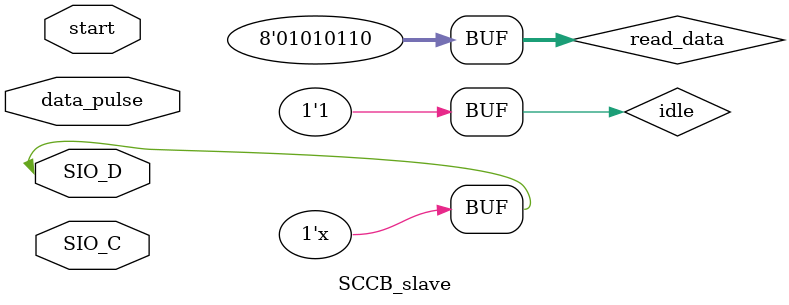
<source format=v>
module SCCB_slave(SIO_D, SIO_C, start, data_pulse);
input SIO_C;
input start, data_pulse;
inout SIO_D;

parameter	IDLE	= 3'b000,
			START	= 3'b001,
			DEVICE	= 3'b010,
			SUBADDR	= 3'b011,
			WRITE	= 3'b100,
			READ	= 3'b101,
			STOP	= 3'b110;
			
reg [2:0] state_cur;
reg [2:0] state_nxt;
reg idle =  1'b1;
reg data_out;
reg [2:0] i = 3'b111;
reg [7:0] device_addr, sub_addr;
reg [7:0] read_data = 8'h56;

assign SIO_D = (idle)? 1'bz : data_out;

always @(posedge data_pulse) begin
	state_cur <= state_nxt;
	if(state_cur < DEVICE) i <= 3'b111;
	else i <= i - 1;
end

always @(posedge data_pulse) begin
	case(state_cur)
		IDLE	: begin
				if(start) state_nxt <= START;
				else state_nxt <= IDLE;
			end
		START	: begin
				state_nxt <= DEVICE;
			end
		DEVICE	: begin
				if(i == 0) begin
					state_nxt <= SUBADDR;
				end else begin
					state_nxt <= DEVICE;
					device_addr[i] <= SIO_D;
				end
			end
		SUBADDR	: begin
				if(i == 0) begin
					if(!device_addr[0]) state_nxt <= WRITE;
					if(device_addr[0]) state_nxt <= READ;
				end else begin
					state_nxt <= SUBADDR;
					sub_addr[i] <= SIO_D;
				end
			end
		WRITE	: begin
				if(i == 0) begin
					state_nxt <= STOP;
					if(device_addr[0]) state_nxt <= READ;
				end else begin
					state_nxt = SUBADDR;
				end
			end
		READ	: begin
				if(i == 0) begin
					state_nxt <= STOP;
				end else begin
					data_out <= read_data[i];
				end
			end
		STOP	: begin
		
			end
		default	: begin
				state_nxt <= IDLE;
			end
	endcase
end

endmodule
</source>
